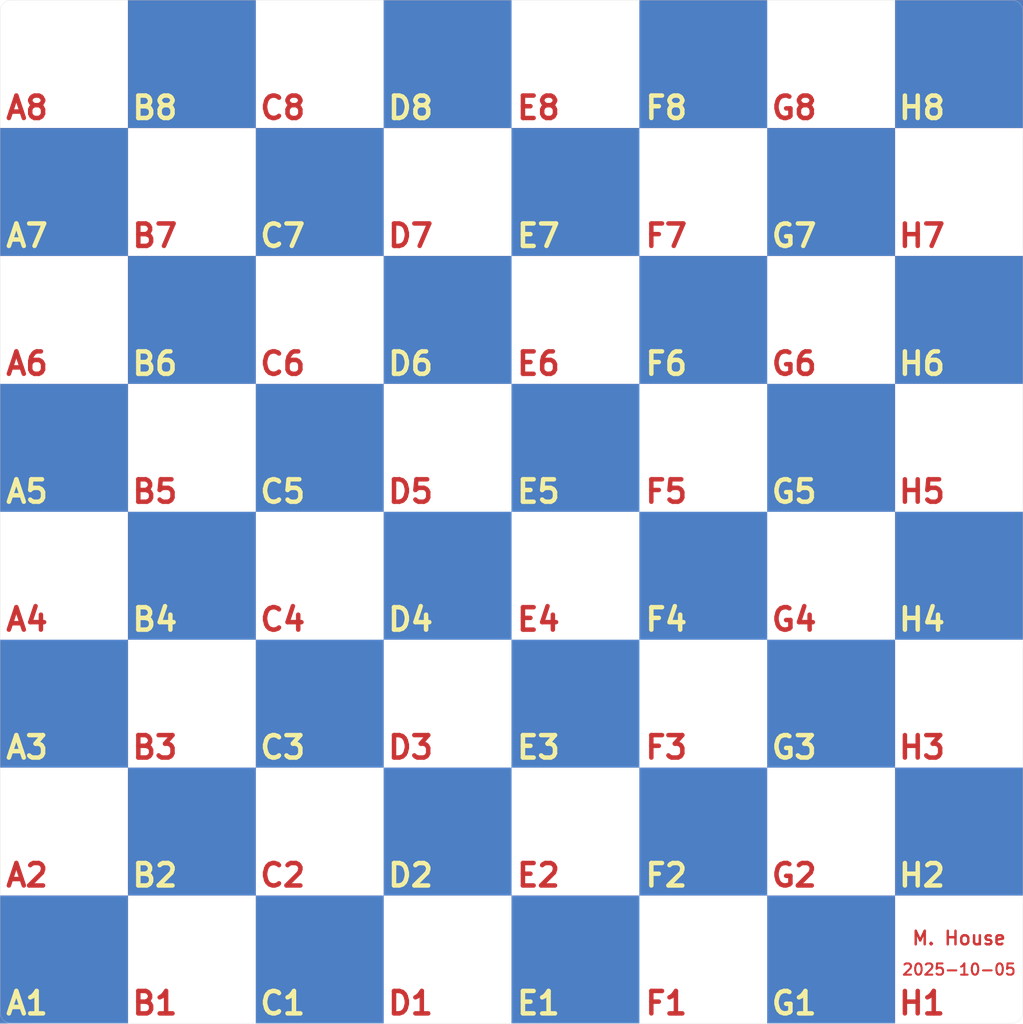
<source format=kicad_pcb>
(kicad_pcb
	(version 20241229)
	(generator "pcbnew")
	(generator_version "9.0")
	(general
		(thickness 1.6)
		(legacy_teardrops no)
	)
	(paper "A4")
	(layers
		(0 "F.Cu" signal)
		(2 "B.Cu" signal)
		(9 "F.Adhes" user "F.Adhesive")
		(11 "B.Adhes" user "B.Adhesive")
		(13 "F.Paste" user)
		(15 "B.Paste" user)
		(5 "F.SilkS" user "F.Silkscreen")
		(7 "B.SilkS" user "B.Silkscreen")
		(1 "F.Mask" user)
		(3 "B.Mask" user)
		(17 "Dwgs.User" user "User.Drawings")
		(19 "Cmts.User" user "User.Comments")
		(21 "Eco1.User" user "User.Eco1")
		(23 "Eco2.User" user "User.Eco2")
		(25 "Edge.Cuts" user)
		(27 "Margin" user)
		(31 "F.CrtYd" user "F.Courtyard")
		(29 "B.CrtYd" user "B.Courtyard")
		(35 "F.Fab" user)
		(33 "B.Fab" user)
		(39 "User.1" user)
		(41 "User.2" user)
		(43 "User.3" user)
		(45 "User.4" user)
	)
	(setup
		(pad_to_mask_clearance 0)
		(allow_soldermask_bridges_in_footprints no)
		(tenting front back)
		(pcbplotparams
			(layerselection 0x00000000_00000000_55555555_5755f5ff)
			(plot_on_all_layers_selection 0x00000000_00000000_00000000_00000000)
			(disableapertmacros no)
			(usegerberextensions no)
			(usegerberattributes yes)
			(usegerberadvancedattributes yes)
			(creategerberjobfile yes)
			(dashed_line_dash_ratio 12.000000)
			(dashed_line_gap_ratio 3.000000)
			(svgprecision 4)
			(plotframeref no)
			(mode 1)
			(useauxorigin no)
			(hpglpennumber 1)
			(hpglpenspeed 20)
			(hpglpendiameter 15.000000)
			(pdf_front_fp_property_popups yes)
			(pdf_back_fp_property_popups yes)
			(pdf_metadata yes)
			(pdf_single_document no)
			(dxfpolygonmode yes)
			(dxfimperialunits yes)
			(dxfusepcbnewfont yes)
			(psnegative no)
			(psa4output no)
			(plot_black_and_white yes)
			(sketchpadsonfab no)
			(plotpadnumbers no)
			(hidednponfab no)
			(sketchdnponfab yes)
			(crossoutdnponfab yes)
			(subtractmaskfromsilk no)
			(outputformat 1)
			(mirror no)
			(drillshape 0)
			(scaleselection 1)
			(outputdirectory "v3/")
		)
	)
	(net 0 "")
	(gr_rect
		(start 64.5 67)
		(end 121.5 124)
		(stroke
			(width 0)
			(type solid)
		)
		(fill yes)
		(layer "F.Cu")
		(uuid "02905207-6386-4119-aa22-b3a314cfd33c")
	)
	(gr_rect
		(start 349.5 238)
		(end 406.5 295)
		(stroke
			(width 0)
			(type solid)
		)
		(fill yes)
		(layer "F.Cu")
		(uuid "0cc97b56-284c-45b2-b10a-3bc3b3e8c63e")
	)
	(gr_rect
		(start 64.5 295)
		(end 121.5 352)
		(stroke
			(width 0)
			(type solid)
		)
		(fill yes)
		(layer "F.Cu")
		(uuid "163a369c-a4d1-40ad-869b-40b69260c459")
	)
	(gr_rect
		(start 178.5 -47)
		(end 235.5 10)
		(stroke
			(width 0)
			(type solid)
		)
		(fill yes)
		(layer "F.Cu")
		(uuid "231405cb-5a3d-482b-8d15-89dcacdbe0a7")
	)
	(gr_rect
		(start 64.5 181)
		(end 121.5 238)
		(stroke
			(width 0)
			(type solid)
		)
		(fill yes)
		(layer "F.Cu")
		(uuid "28d13e0b-b961-4271-bafd-847c2dc5841e")
	)
	(gr_rect
		(start 235.5 238)
		(end 292.5 295)
		(stroke
			(width 0)
			(type solid)
		)
		(fill yes)
		(layer "F.Cu")
		(uuid "2b5d34ba-2b2e-4392-8b76-cbaddc0d554a")
	)
	(gr_rect
		(start 121.5 124)
		(end 178.5 181)
		(stroke
			(width 0)
			(type solid)
		)
		(fill yes)
		(layer "F.Cu")
		(uuid "2dd43cbe-8b9a-4ab3-9c49-363b2d92911c")
	)
	(gr_rect
		(start 121.5 -104)
		(end 178.5 -47)
		(stroke
			(width 0)
			(type solid)
		)
		(fill yes)
		(layer "F.Cu")
		(uuid "30b17432-ea17-46ac-bca4-2c3b8840c324")
	)
	(gr_rect
		(start 235.5 -104)
		(end 292.5 -47)
		(stroke
			(width 0)
			(type solid)
		)
		(fill yes)
		(layer "F.Cu")
		(uuid "3bde6cae-39a2-4f79-b9ee-13c4417d1788")
	)
	(gr_rect
		(start 121.5 238)
		(end 178.5 295)
		(stroke
			(width 0)
			(type solid)
		)
		(fill yes)
		(layer "F.Cu")
		(uuid "47d525f4-17b9-40ef-a82d-90433dcb9a2f")
	)
	(gr_rect
		(start 178.5 295)
		(end 235.5 352)
		(stroke
			(width 0)
			(type solid)
		)
		(fill yes)
		(layer "F.Cu")
		(uuid "4e27af55-4ff9-4753-8a42-1b046d3b37a0")
	)
	(gr_rect
		(start 7.5 238)
		(end 64.5 295)
		(stroke
			(width 0)
			(type solid)
		)
		(fill yes)
		(layer "F.Cu")
		(uuid "50d68a47-b056-4e71-aeab-7862670c4891")
	)
	(gr_rect
		(start -49.5 181)
		(end 7.5 238)
		(stroke
			(width 0)
			(type solid)
		)
		(fill yes)
		(layer "F.Cu")
		(uuid "52303fbb-0f02-4dea-b2bd-c178a7ebfa1a")
	)
	(gr_rect
		(start 292.5 67)
		(end 349.5 124)
		(stroke
			(width 0)
			(type solid)
		)
		(fill yes)
		(layer "F.Cu")
		(uuid "63a61d80-8b45-43d3-a412-75f204f6d76a")
	)
	(gr_rect
		(start 349.5 10)
		(end 406.5 67)
		(stroke
			(width 0)
			(type solid)
		)
		(fill yes)
		(layer "F.Cu")
		(uuid "6449c033-2fcd-49ad-94ee-3443ac46a5a4")
	)
	(gr_rect
		(start 292.5 -47)
		(end 349.5 10)
		(stroke
			(width 0)
			(type solid)
		)
		(fill yes)
		(layer "F.Cu")
		(uuid "67d0e474-45d9-4e88-83d5-8950764d678b")
	)
	(gr_rect
		(start 64.5 -47)
		(end 121.5 10)
		(stroke
			(width 0)
			(type solid)
		)
		(fill yes)
		(layer "F.Cu")
		(uuid "6f8215f4-ce72-410f-ac5a-2d2e67dbf1b8")
	)
	(gr_rect
		(start 7.5 -104)
		(end 64.5 -47)
		(stroke
			(width 0)
			(type solid)
		)
		(fill yes)
		(layer "F.Cu")
		(uuid "70671cfe-1d0a-4d8f-a4f4-0abb6f548e3d")
	)
	(gr_rect
		(start 121.5 10)
		(end 178.5 67)
		(stroke
			(width 0)
			(type solid)
		)
		(fill yes)
		(layer "F.Cu")
		(uuid "92b8301e-a906-4b80-b518-10820bf14670")
	)
	(gr_rect
		(start -49.5 67)
		(end 7.5 124)
		(stroke
			(width 0)
			(type solid)
		)
		(fill yes)
		(layer "F.Cu")
		(uuid "9449f813-3255-4731-bb4f-8053bce67667")
	)
	(gr_rect
		(start -49.5 295)
		(end 7.5 352)
		(stroke
			(width 0)
			(type solid)
		)
		(fill yes)
		(layer "F.Cu")
		(uuid "952863c6-6d74-4fcc-b89c-1bb8e90637bd")
	)
	(gr_rect
		(start 7.5 10)
		(end 64.5 67)
		(stroke
			(width 0)
			(type solid)
		)
		(fill yes)
		(layer "F.Cu")
		(uuid "9648dfe9-9942-48a8-9753-f13e49c73996")
	)
	(gr_rect
		(start 178.5 181)
		(end 235.5 238)
		(stroke
			(width 0)
			(type solid)
		)
		(fill yes)
		(layer "F.Cu")
		(uuid "986b5cd7-cfba-4c08-a610-e25b455b0d60")
	)
	(gr_rect
		(start 292.5 181)
		(end 349.5 238)
		(stroke
			(width 0)
			(type solid)
		)
		(fill yes)
		(layer "F.Cu")
		(uuid "999422be-b244-4d57-b3da-cdec2f7763ca")
	)
	(gr_rect
		(start 349.5 -104)
		(end 406.5 -47)
		(stroke
			(width 0)
			(type solid)
		)
		(fill yes)
		(layer "F.Cu")
		(uuid "a03e0468-798f-4da3-9a9f-829377a5a044")
	)
	(gr_rect
		(start 7.5 124)
		(end 64.5 181)
		(stroke
			(width 0)
			(type solid)
		)
		(fill yes)
		(layer "F.Cu")
		(uuid "b9b721d3-3ec7-44d8-8827-c8d3dd48372a")
	)
	(gr_rect
		(start 235.5 10)
		(end 292.5 67)
		(stroke
			(width 0)
			(type solid)
		)
		(fill yes)
		(layer "F.Cu")
		(uuid "ba1b61cd-65de-4c65-b11f-fbc1e5155e77")
	)
	(gr_rect
		(start 349.5 124)
		(end 406.5 181)
		(stroke
			(width 0)
			(type solid)
		)
		(fill yes)
		(layer "F.Cu")
		(uuid "dc2b76f3-7e15-41f1-afa1-d6e9b30ea8d9")
	)
	(gr_rect
		(start 178.5 67)
		(end 235.5 124)
		(stroke
			(width 0)
			(type solid)
		)
		(fill yes)
		(layer "F.Cu")
		(uuid "dd446b1b-7e7e-4137-a322-5290fe320ea6")
	)
	(gr_rect
		(start -49.5 -47)
		(end 7.5 10)
		(stroke
			(width 0)
			(type solid)
		)
		(fill yes)
		(layer "F.Cu")
		(uuid "f1f7090a-b876-4cf1-9dcc-1e93ae63aee9")
	)
	(gr_rect
		(start 292.5 295)
		(end 349.5 352)
		(stroke
			(width 0)
			(type solid)
		)
		(fill yes)
		(layer "F.Cu")
		(uuid "f22fe4bd-eac0-44b5-863a-557e1bcd474f")
	)
	(gr_rect
		(start 235.5 124)
		(end 292.5 181)
		(stroke
			(width 0)
			(type solid)
		)
		(fill yes)
		(layer "F.Cu")
		(uuid "f9e10c22-fa8f-4f0b-a529-c7a45f3d39ed")
	)
	(gr_rect
		(start 235.5 124)
		(end 292.5 181)
		(stroke
			(width 0)
			(type solid)
		)
		(fill yes)
		(layer "F.Mask")
		(uuid "00d41b0b-893f-48dc-9df0-d869c48c8c71")
	)
	(gr_rect
		(start 64.5 295)
		(end 121.5 352)
		(stroke
			(width 0)
			(type solid)
		)
		(fill yes)
		(layer "F.Mask")
		(uuid "04258642-4e1a-462f-8516-e0cffacce790")
	)
	(gr_rect
		(start 349.5 238)
		(end 406.5 295)
		(stroke
			(width 0)
			(type solid)
		)
		(fill yes)
		(layer "F.Mask")
		(uuid "05393404-afc9-4967-8190-3b9ae31a7e4f")
	)
	(gr_rect
		(start 292.5 295)
		(end 349.5 352)
		(stroke
			(width 0)
			(type solid)
		)
		(fill yes)
		(layer "F.Mask")
		(uuid "117ee4f1-ca19-46a7-b59f-bbd5ea12f9ba")
	)
	(gr_rect
		(start -49.5 -47)
		(end 7.5 10)
		(stroke
			(width 0)
			(type solid)
		)
		(fill yes)
		(layer "F.Mask")
		(uuid "1d97ffc5-0344-48f6-8db4-7581ce16be58")
	)
	(gr_rect
		(start 7.5 -104)
		(end 64.5 -47)
		(stroke
			(width 0)
			(type solid)
		)
		(fill yes)
		(layer "F.Mask")
		(uuid "23d9d882-d3e4-4441-af4d-38634b1469af")
	)
	(gr_rect
		(start 178.5 181)
		(end 235.5 238)
		(stroke
			(width 0)
			(type solid)
		)
		(fill yes)
		(layer "F.Mask")
		(uuid "2999178d-d769-4bee-b7fa-3daadbf7e43b")
	)
	(gr_rect
		(start 292.5 67)
		(end 349.5 124)
		(stroke
			(width 0)
			(type solid)
		)
		(fill yes)
		(layer "F.Mask")
		(uuid "3eb85ef6-399c-4569-9ccb-6fc6005b1677")
	)
	(gr_rect
		(start 178.5 -47)
		(end 235.5 10)
		(stroke
			(width 0)
			(type solid)
		)
		(fill yes)
		(layer "F.Mask")
		(uuid "52ad4312-1725-4427-ab50-2b0819b7adae")
	)
	(gr_rect
		(start -49.5 181)
		(end 7.5 238)
		(stroke
			(width 0)
			(type solid)
		)
		(fill yes)
		(layer "F.Mask")
		(uuid "559e9178-571d-4dab-8bec-bf473d2d11fd")
	)
	(gr_rect
		(start 235.5 238)
		(end 292.5 295)
		(stroke
			(width 0)
			(type solid)
		)
		(fill yes)
		(layer "F.Mask")
		(uuid "6093cf41-3fae-4aaa-a7a5-89c7c26b4f6c")
	)
	(gr_rect
		(start 292.5 -47)
		(end 349.5 10)
		(stroke
			(width 0)
			(type solid)
		)
		(fill yes)
		(layer "F.Mask")
		(uuid "62134aa2-0fd5-4a57-b963-3122966b81ec")
	)
	(gr_rect
		(start 121.5 10)
		(end 178.5 67)
		(stroke
			(width 0)
			(type solid)
		)
		(fill yes)
		(layer "F.Mask")
		(uuid "672ea11e-4a78-4bb8-917b-70b7781c3492")
	)
	(gr_rect
		(start 349.5 10)
		(end 406.5 67)
		(stroke
			(width 0)
			(type solid)
		)
		(fill yes)
		(layer "F.Mask")
		(uuid "7127d63c-bbd0-4767-a51e-c87f55e838ba")
	)
	(gr_rect
		(start 64.5 67)
		(end 121.5 124)
		(stroke
			(width 0)
			(type solid)
		)
		(fill yes)
		(layer "F.Mask")
		(uuid "72c48462-52fb-41fd-9e72-00410d4519c6")
	)
	(gr_rect
		(start 64.5 -47)
		(end 121.5 10)
		(stroke
			(width 0)
			(type solid)
		)
		(fill yes)
		(layer "F.Mask")
		(uuid "77895d1a-fbf5-42a4-88cc-e3433c1df8b7")
	)
	(gr_rect
		(start -49.5 295)
		(end 7.5 352)
		(stroke
			(width 0)
			(type solid)
		)
		(fill yes)
		(layer "F.Mask")
		(uuid "7b91e6cf-91a6-4aaa-aada-0d3c8eed27fb")
	)
	(gr_rect
		(start 121.5 238)
		(end 178.5 295)
		(stroke
			(width 0)
			(type solid)
		)
		(fill yes)
		(layer "F.Mask")
		(uuid "7e68975b-3de6-4d0a-89aa-7172ad1f8a0f")
	)
	(gr_rect
		(start 64.5 181)
		(end 121.5 238)
		(stroke
			(width 0)
			(type solid)
		)
		(fill yes)
		(layer "F.Mask")
		(uuid "7fac8257-625c-4ffb-a4a9-1e6ccc12ff9f")
	)
	(gr_rect
		(start 178.5 295)
		(end 235.5 352)
		(stroke
			(width 0)
			(type solid)
		)
		(fill yes)
		(layer "F.Mask")
		(uuid "95f51efa-7587-4535-ae70-b605777a86f7")
	)
	(gr_rect
		(start 7.5 124)
		(end 64.5 181)
		(stroke
			(width 0)
			(type solid)
		)
		(fill yes)
		(layer "F.Mask")
		(uuid "a980979d-4125-48a2-8896-a443dbdcce05")
	)
	(gr_rect
		(start 349.5 -104)
		(end 406.5 -47)
		(stroke
			(width 0)
			(type solid)
		)
		(fill yes)
		(layer "F.Mask")
		(uuid "ab68ed3a-904f-4017-a046-ac5033987fee")
	)
	(gr_rect
		(start 235.5 10)
		(end 292.5 67)
		(stroke
			(width 0)
			(type solid)
		)
		(fill yes)
		(layer "F.Mask")
		(uuid "b1a61ea5-f4e5-4331-989a-f661a5f6c979")
	)
	(gr_rect
		(start 121.5 -104)
		(end 178.5 -47)
		(stroke
			(width 0)
			(type solid)
		)
		(fill yes)
		(layer "F.Mask")
		(uuid "c425b8ba-87b1-4e86-82bc-c51a87123675")
	)
	(gr_rect
		(start 349.5 124)
		(end 406.5 181)
		(stroke
			(width 0)
			(type solid)
		)
		(fill yes)
		(layer "F.Mask")
		(uuid "d423f9c1-09ae-4ba6-af07-9d2f2182f961")
	)
	(gr_rect
		(start 178.5 67)
		(end 235.5 124)
		(stroke
			(width 0)
			(type solid)
		)
		(fill yes)
		(layer "F.Mask")
		(uuid "d48b6690-9e52-4cb1-a875-25fe0279437f")
	)
	(gr_rect
		(start 7.5 10)
		(end 64.5 67)
		(stroke
			(width 0)
			(type solid)
		)
		(fill yes)
		(layer "F.Mask")
		(uuid "d4a99689-9e78-4176-8089-86eea7b76b67")
	)
	(gr_rect
		(start 121.5 124)
		(end 178.5 181)
		(stroke
			(width 0)
			(type solid)
		)
		(fill yes)
		(layer "F.Mask")
		(uuid "e3a930f3-9751-4262-b211-ee793e29a7e2")
	)
	(gr_rect
		(start 292.5 181)
		(end 349.5 238)
		(stroke
			(width 0)
			(type solid)
		)
		(fill yes)
		(layer "F.Mask")
		(uuid "e4c87e59-82ce-4732-b7e8-5f8fb88172be")
	)
	(gr_rect
		(start 235.5 -104)
		(end 292.5 -47)
		(stroke
			(width 0)
			(type solid)
		)
		(fill yes)
		(layer "F.Mask")
		(uuid "ec8f9918-3d97-4119-a504-8d8e8c8bac6f")
	)
	(gr_rect
		(start -49.5 67)
		(end 7.5 124)
		(stroke
			(width 0)
			(type solid)
		)
		(fill yes)
		(layer "F.Mask")
		(uuid "efed740f-2237-4924-bd61-fefc12765b42")
	)
	(gr_rect
		(start 7.5 238)
		(end 64.5 295)
		(stroke
			(width 0)
			(type solid)
		)
		(fill yes)
		(layer "F.Mask")
		(uuid "ff209a0a-5bc5-4f68-80e2-2ee3884d62ec")
	)
	(gr_rect
		(start 178.5 67)
		(end 235.5 124)
		(stroke
			(width 0)
			(type solid)
		)
		(fill yes)
		(layer "B.Cu")
		(uuid "03097fe0-f7fb-4961-8c19-602c5bfbe515")
	)
	(gr_rect
		(start 64.5 181)
		(end 121.5 238)
		(stroke
			(width 0)
			(type solid)
		)
		(fill yes)
		(layer "B.Cu")
		(uuid "0ab6333d-81f8-456a-8335-1f2a80adab34")
	)
	(gr_rect
		(start 64.5 67)
		(end 121.5 124)
		(stroke
			(width 0)
			(type solid)
		)
		(fill yes)
		(layer "B.Cu")
		(uuid "0b52a6e0-c0ad-4906-8381-6745f2962ea8")
	)
	(gr_rect
		(start 7.5 124)
		(end 64.5 181)
		(stroke
			(width 0)
			(type solid)
		)
		(fill yes)
		(layer "B.Cu")
		(uuid "0c09a7c8-7d33-4c91-b6f6-e58b566460e1")
	)
	(gr_rect
		(start 349.5 10)
		(end 406.5 67)
		(stroke
			(width 0)
			(type solid)
		)
		(fill yes)
		(layer "B.Cu")
		(uuid "126093c9-d631-4d8d-8e50-52463a3d9df2")
	)
	(gr_rect
		(start 235.5 10)
		(end 292.5 67)
		(stroke
			(width 0)
			(type solid)
		)
		(fill yes)
		(layer "B.Cu")
		(uuid "21f056fc-ea73-4b67-a04e-d54db3003673")
	)
	(gr_rect
		(start 64.5 -47)
		(end 121.5 10)
		(stroke
			(width 0)
			(type solid)
		)
		(fill yes)
		(layer "B.Cu")
		(uuid "2546be73-a79b-46ce-ba00-a0a228b78f52")
	)
	(gr_rect
		(start 178.5 -47)
		(end 235.5 10)
		(stroke
			(width 0)
			(type solid)
		)
		(fill yes)
		(layer "B.Cu")
		(uuid "26f85b44-416f-4e36-b138-2b5687ebfe67")
	)
	(gr_rect
		(start 7.5 -104)
		(end 64.5 -47)
		(stroke
			(width 0)
			(type solid)
		)
		(fill yes)
		(layer "B.Cu")
		(uuid "36980335-9db1-4fab-9e5b-2441ab7b1b30")
	)
	(gr_rect
		(start 292.5 181)
		(end 349.5 238)
		(stroke
			(width 0)
			(type solid)
		)
		(fill yes)
		(layer "B.Cu")
		(uuid "42da5ff2-2bf6-440a-a903-d812a797d8b5")
	)
	(gr_rect
		(start 292.5 -47)
		(end 349.5 10)
		(stroke
			(width 0)
			(type solid)
		)
		(fill yes)
		(layer "B.Cu")
		(uuid "4c17c17c-e08e-427c-a337-19be4affc329")
	)
	(gr_rect
		(start 121.5 238)
		(end 178.5 295)
		(stroke
			(width 0)
			(type solid)
		)
		(fill yes)
		(layer "B.Cu")
		(uuid "4c402a48-8652-4b5e-9126-8b50cd2beba8")
	)
	(gr_rect
		(start 121.5 -104)
		(end 178.5 -47)
		(stroke
			(width 0)
			(type solid)
		)
		(fill yes)
		(layer "B.Cu")
		(uuid "4c9f8bfa-1b8f-479d-8365-0eb3e7c04626")
	)
	(gr_rect
		(start 235.5 -104)
		(end 292.5 -47)
		(stroke
			(width 0)
			(type solid)
		)
		(fill yes)
		(layer "B.Cu")
		(uuid "4e0a82d0-cd85-414c-a0e9-1064981966db")
	)
	(gr_rect
		(start 235.5 238)
		(end 292.5 295)
		(stroke
			(width 0)
			(type solid)
		)
		(fill yes)
		(layer "B.Cu")
		(uuid "4e99835a-7ac8-42a3-8666-7097d235613f")
	)
	(gr_rect
		(start 121.5 10)
		(end 178.5 67)
		(stroke
			(width 0)
			(type solid)
		)
		(fill yes)
		(layer "B.Cu")
		(uuid "4f120d85-c9c9-429b-a48c-01ddd2e20b9a")
	)
	(gr_rect
		(start -49.5 181)
		(end 7.5 238)
		(stroke
			(width 0)
			(type solid)
		)
		(fill yes)
		(layer "B.Cu")
		(uuid "56c1813d-7059-4fab-b48e-5d45da1d0ac8")
	)
	(gr_rect
		(start -49.5 67)
		(end 7.5 124)
		(stroke
			(width 0)
			(type solid)
		)
		(fill yes)
		(layer "B.Cu")
		(uuid "759495e4-ff89-4433-998c-98871648e2bf")
	)
	(gr_rect
		(start 349.5 -104)
		(end 406.5 -47)
		(stroke
			(width 0)
			(type solid)
		)
		(fill yes)
		(layer "B.Cu")
		(uuid "76064c2e-c677-42f7-91a6-b07b54852606")
	)
	(gr_rect
		(start 64.5 295)
		(end 121.5 352)
		(stroke
			(width 0)
			(type solid)
		)
		(fill yes)
		(layer "B.Cu")
		(uuid "79465b8c-0d5e-40d3-a461-bff572d769b4")
	)
	(gr_rect
		(start 292.5 67)
		(end 349.5 124)
		(stroke
			(width 0)
			(type solid)
		)
		(fill yes)
		(layer "B.Cu")
		(uuid "7e7db2c9-b3a1-450d-a9b6-9b3901cbf285")
	)
	(gr_rect
		(start 349.5 238)
		(end 406.5 295)
		(stroke
			(width 0)
			(type solid)
		)
		(fill yes)
		(layer "B.Cu")
		(uuid "86abc82b-73d4-4f40-8acc-d80d27ee8f7c")
	)
	(gr_rect
		(start 349.5 124)
		(end 406.5 181)
		(stroke
			(width 0)
			(type solid)
		)
		(fill yes)
		(layer "B.Cu")
		(uuid "921c1c0b-68ac-452d-80e1-e7e8cb8eb9c7")
	)
	(gr_rect
		(start 7.5 238)
		(end 64.5 295)
		(stroke
			(width 0)
			(type solid)
		)
		(fill yes)
		(layer "B.Cu")
		(uuid "b51087da-c34f-4ec6-9b06-6328cd2e3a08")
	)
	(gr_rect
		(start 178.5 295)
		(end 235.5 352)
		(stroke
			(width 0)
			(type solid)
		)
		(fill yes)
		(layer "B.Cu")
		(uuid "bd021324-dac5-47ea-9ae4-667633b409a8")
	)
	(gr_rect
		(start -49.5 -47)
		(end 7.5 10)
		(stroke
			(width 0)
			(type solid)
		)
		(fill yes)
		(layer "B.Cu")
		(uuid "be455ea5-8326-4447-920e-2e02feb5f933")
	)
	(gr_rect
		(start 121.5 124)
		(end 178.5 181)
		(stroke
			(width 0)
			(type solid)
		)
		(fill yes)
		(layer "B.Cu")
		(uuid "c389cf87-fd05-4bbd-be77-3b0d384c7b78")
	)
	(gr_rect
		(start 7.5 10)
		(end 64.5 67)
		(stroke
			(width 0)
			(type solid)
		)
		(fill yes)
		(layer "B.Cu")
		(uuid "caf762a9-3095-46dc-9bb7-0c2682aea1b2")
	)
	(gr_rect
		(start 235.5 124)
		(end 292.5 181)
		(stroke
			(width 0)
			(type solid)
		)
		(fill yes)
		(layer "B.Cu")
		(uuid "cb32b1a4-2cc7-4197-a174-7e97100dc64a")
	)
	(gr_rect
		(start 178.5 181)
		(end 235.5 238)
		(stroke
			(width 0)
			(type solid)
		)
		(fill yes)
		(layer "B.Cu")
		(uuid "cbaa79a6-d0fd-4b9c-85a0-dd4913af9fdc")
	)
	(gr_rect
		(start 292.5 295)
		(end 349.5 352)
		(stroke
			(width 0)
			(type solid)
		)
		(fill yes)
		(layer "B.Cu")
		(uuid "e5da9ebb-959d-4f93-b68c-054e0967e9f7")
	)
	(gr_rect
		(start -49.5 295)
		(end 7.5 352)
		(stroke
			(width 0)
			(type solid)
		)
		(fill yes)
		(layer "B.Cu")
		(uuid "fe1390ca-94a1-481e-a1f8-d8c69360fff9")
	)
	(gr_rect
		(start 292.5 67)
		(end 349.5 124)
		(stroke
			(width 0)
			(type solid)
		)
		(fill yes)
		(layer "B.Mask")
		(uuid "01dcbb24-a2e9-47c9-8154-607ca8d068bc")
	)
	(gr_rect
		(start 7.5 124)
		(end 64.5 181)
		(stroke
			(width 0)
			(type solid)
		)
		(fill yes)
		(layer "B.Mask")
		(uuid "07c0db31-0fb4-4ae3-9115-de538689270a")
	)
	(gr_rect
		(start 64.5 295)
		(end 121.5 352)
		(stroke
			(width 0)
			(type solid)
		)
		(fill yes)
		(layer "B.Mask")
		(uuid "0aa9d79c-295b-4547-b426-ea02131d315c")
	)
	(gr_rect
		(start -49.5 67)
		(end 7.5 124)
		(stroke
			(width 0)
			(type solid)
		)
		(fill yes)
		(layer "B.Mask")
		(uuid "0abe81c8-970f-4d6e-b220-ee9356ef6e00")
	)
	(gr_rect
		(start 178.5 -47)
		(end 235.5 10)
		(stroke
			(width 0)
			(type solid)
		)
		(fill yes)
		(layer "B.Mask")
		(uuid "103b8879-d431-4c4f-b033-0c2eb56631a9")
	)
	(gr_rect
		(start 121.5 -104)
		(end 178.5 -47)
		(stroke
			(width 0)
			(type solid)
		)
		(fill yes)
		(layer "B.Mask")
		(uuid "1252a3d8-85e6-4673-81c8-bcfda7366a42")
	)
	(gr_rect
		(start 235.5 238)
		(end 292.5 295)
		(stroke
			(width 0)
			(type solid)
		)
		(fill yes)
		(layer "B.Mask")
		(uuid "13900983-dfd9-4316-ba2a-1bbc7616e035")
	)
	(gr_rect
		(start 178.5 67)
		(end 235.5 124)
		(stroke
			(width 0)
			(type solid)
		)
		(fill yes)
		(layer "B.Mask")
		(uuid "263f8a80-40f1-4776-8ecc-b52a8609af91")
	)
	(gr_rect
		(start 7.5 -104)
		(end 64.5 -47)
		(stroke
			(width 0)
			(type solid)
		)
		(fill yes)
		(layer "B.Mask")
		(uuid "27c897ab-b5f5-4322-8a37-baf1c2cedd23")
	)
	(gr_rect
		(start 235.5 10)
		(end 292.5 67)
		(stroke
			(width 0)
			(type solid)
		)
		(fill yes)
		(layer "B.Mask")
		(uuid "28d3e8e6-9450-4c19-bd4b-c7fd69a30f63")
	)
	(gr_rect
		(start 235.5 124)
		(end 292.5 181)
		(stroke
			(width 0)
			(type solid)
		)
		(fill yes)
		(layer "B.Mask")
		(uuid "2be7f258-9203-497c-b9a7-c7c31ccf3e4f")
	)
	(gr_rect
		(start 292.5 181)
		(end 349.5 238)
		(stroke
			(width 0)
			(type solid)
		)
		(fill yes)
		(layer "B.Mask")
		(uuid "2e81da9f-ad93-4eb8-861c-342ce2a8d6f8")
	)
	(gr_rect
		(start 121.5 238)
		(end 178.5 295)
		(stroke
			(width 0)
			(type solid)
		)
		(fill yes)
		(layer "B.Mask")
		(uuid "31f71e23-75c3-4a39-8682-7e92d076bca4")
	)
	(gr_rect
		(start 121.5 124)
		(end 178.5 181)
		(stroke
			(width 0)
			(type solid)
		)
		(fill yes)
		(layer "B.Mask")
		(uuid "34bd964a-76b2-4f65-9619-5ebe5cb67e8a")
	)
	(gr_rect
		(start 121.5 10)
		(end 178.5 67)
		(stroke
			(width 0)
			(type solid)
		)
		(fill yes)
		(layer "B.Mask")
		(uuid "52f77209-6996-43cd-a7f1-df053493f6e3")
	)
	(gr_rect
		(start 64.5 181)
		(end 121.5 238)
		(stroke
			(width 0)
			(type solid)
		)
		(fill yes)
		(layer "B.Mask")
		(uuid "5a385adc-4b0f-4035-8ec2-517b4d8dc2be")
	)
	(gr_rect
		(start 7.5 10)
		(end 64.5 67)
		(stroke
			(width 0)
			(type solid)
		)
		(fill yes)
		(layer "B.Mask")
		(uuid "5cf16e08-8a4b-4650-97c4-9e5133eaf1aa")
	)
	(gr_rect
		(start 7.5 238)
		(end 64.5 295)
		(stroke
			(width 0)
			(type solid)
		)
		(fill yes)
		(layer "B.Mask")
		(uuid "61f864f5-4e21-4caf-b75d-6ca9634d1570")
	)
	(gr_rect
		(start 64.5 -47)
		(end 121.5 10)
		(stroke
			(width 0)
			(type solid)
		)
		(fill yes)
		(layer "B.Mask")
		(uuid "6cca683d-a04c-4e56-89f3-2e11e93c4331")
	)
	(gr_rect
		(start 178.5 181)
		(end 235.5 238)
		(stroke
			(width 0)
			(type solid)
		)
		(fill yes)
		(layer "B.Mask")
		(uuid "74e3d9f2-df4a-4d46-bcee-265bb725134d")
	)
	(gr_rect
		(start 349.5 10)
		(end 406.5 67)
		(stroke
			(width 0)
			(type solid)
		)
		(fill yes)
		(layer "B.Mask")
		(uuid "7beec72d-fa34-4877-aa18-867b24ab9d26")
	)
	(gr_rect
		(start 349.5 238)
		(end 406.5 295)
		(stroke
			(width 0)
			(type solid)
		)
		(fill yes)
		(layer "B.Mask")
		(uuid "a5902d29-2b3b-4aa4-84fd-1fd457c9bb0d")
	)
	(gr_rect
		(start -49.5 181)
		(end 7.5 238)
		(stroke
			(width 0)
			(type solid)
		)
		(fill yes)
		(layer "B.Mask")
		(uuid "be3045d2-61f0-4ae7-acf9-2e1c7d1f528d")
	)
	(gr_rect
		(start 292.5 -47)
		(end 349.5 10)
		(stroke
			(width 0)
			(type solid)
		)
		(fill yes)
		(layer "B.Mask")
		(uuid "c8655530-3d8d-463b-998b-9fe679f5cadc")
	)
	(gr_rect
		(start 178.5 295)
		(end 235.5 352)
		(stroke
			(width 0)
			(type solid)
		)
		(fill yes)
		(layer "B.Mask")
		(uuid "d91e1852-a0ed-4bb9-82ea-7935cd1de6ba")
	)
	(gr_rect
		(start 349.5 -104)
		(end 406.5 -47)
		(stroke
			(width 0)
			(type solid)
		)
		(fill yes)
		(layer "B.Mask")
		(uuid "dfbb6186-13e3-488e-a05a-28bd8c1c6dd7")
	)
	(gr_rect
		(start 64.5 67)
		(end 121.5 124)
		(stroke
			(width 0)
			(type solid)
		)
		(fill yes)
		(layer "B.Mask")
		(uuid "e2c3639b-185f-4177-95c1-f48c34a24884")
	)
	(gr_rect
		(start -49.5 295)
		(end 7.5 352)
		(stroke
			(width 0)
			(type solid)
		)
		(fill yes)
		(layer "B.Mask")
		(uuid "e4820095-65b2-400b-bda7-6f9f9a9b4454")
	)
	(gr_rect
		(start 235.5 -104)
		(end 292.5 -47)
		(stroke
			(width 0)
			(type solid)
		)
		(fill yes)
		(layer "B.Mask")
		(uuid "f19ffdac-24a4-4740-a383-a8692550476d")
	)
	(gr_rect
		(start 292.5 295)
		(end 349.5 352)
		(stroke
			(width 0)
			(type solid)
		)
		(fill yes)
		(layer "B.Mask")
		(uuid "f76a2293-80d2-4b6f-804b-c8186d8daee9")
	)
	(gr_rect
		(start -49.5 -47)
		(end 7.5 10)
		(stroke
			(width 0)
			(type solid)
		)
		(fill yes)
		(layer "B.Mask")
		(uuid "fd73565f-0ec7-4ae3-a9e2-763cbafe6fde")
	)
	(gr_rect
		(start 349.5 124)
		(end 406.5 181)
		(stroke
			(width 0)
			(type solid)
		)
		(fill yes)
		(layer "B.Mask")
		(uuid "fef4d1a3-70a7-4f8e-ae24-11ad11e86cf7")
	)
	(gr_arc
		(start 406.5 347)
		(mid 405.035534 350.535534)
		(end 401.5 352)
		(stroke
			(width 0.1)
			(type solid)
		)
		(layer "Edge.Cuts")
		(uuid "2cb316ef-354f-49e9-8a27-329016f607d4")
	)
	(gr_line
		(start -49.5 347)
		(end -49.5 -99)
		(stroke
			(width 0.1)
			(type solid)
		)
		(layer "Edge.Cuts")
		(uuid "a3c1e5b2-3d4e-4f8c-8c7c-333333333333")
	)
	(gr_arc
		(start -49.5 -99)
		(mid -48.035534 -102.535534)
		(end -44.5 -104)
		(stroke
			(width 0.1)
			(type solid)
		)
		(layer "Edge.Cuts")
		(uuid "b2d4e6c3-4e5f-5a9d-7d8d-444444444444")
	)
	(gr_line
		(start 406.5 -99)
		(end 406.5 347)
		(stroke
			(width 0.1)
			(type solid)
		)
		(layer "Edge.Cuts")
		(uuid "b6c89332-5a6a-4bbb-bd28-48ee9bb8e974")
	)
	(gr_line
		(start -44.5 -104)
		(end 401.5 -104)
		(stroke
			(width 0.1)
			(type solid)
		)
		(layer "Edge.Cuts")
		(uuid "c1e5f7d4-5f6a-6b0e-8e9e-555555555555")
	)
	(gr_arc
		(start -44.5 352)
		(mid -48.035534 350.535534)
		(end -49.5 347)
		(stroke
			(width 0.1)
			(type solid)
		)
		(layer "Edge.Cuts")
		(uuid "d4b2f6a0-2c3d-4e7b-9b6b-222222222222")
	)
	(gr_arc
		(start 401.5 -104)
		(mid 405.035534 -102.535534)
		(end 406.5 -99)
		(stroke
			(width 0.1)
			(type solid)
		)
		(layer "Edge.Cuts")
		(uuid "d5f6a8e7-6a7b-7c1f-9f0f-666666666666")
	)
	(gr_line
		(start 401.5 352)
		(end -44.5 352)
		(stroke
			(width 0.1)
			(type solid)
		)
		(layer "Edge.Cuts")
		(uuid "ec9f3a8f-1b2c-4d7e-9a6a-111111111111")
	)
	(gr_text "H1"
		(at 361.5 343 0)
		(layer "F.Cu")
		(uuid "038d8f04-bcc2-4ddb-b7aa-0745adbfe432")
		(effects
			(font
				(size 10 10)
				(thickness 2)
			)
		)
	)
	(gr_text "M. House"
		(at 378 314 0)
		(layer "F.Cu")
		(uuid "1122aabb-3344-ccdd-5566-777788889999")
		(effects
			(font
				(size 6 6)
				(thickness 1.1)
			)
		)
	)
	(gr_text "A4"
		(at -37.5 172 0)
		(layer "F.Cu")
		(uuid "16a9dce7-8d73-4d6f-b21f-9535e45fdc27")
		(effects
			(font
				(size 10 10)
				(thickness 2)
			)
		)
	)
	(gr_text "F3"
		(at 247.5 229 0)
		(layer "F.Cu")
		(uuid "1ea35dec-27b6-47d1-8d6b-783f5679caa1")
		(effects
			(font
				(size 10 10)
				(thickness 2)
			)
		)
	)
	(gr_text "G4"
		(at 304.5 172 0)
		(layer "F.Cu")
		(uuid "29e54aa2-7deb-4513-ac84-1f05be27a7fe")
		(effects
			(font
				(size 10 10)
				(thickness 2)
			)
		)
	)
	(gr_text "E4"
		(at 190.5 172 0)
		(layer "F.Cu")
		(uuid "2a86f834-65b1-412f-854d-7a02b0bd961c")
		(effects
			(font
				(size 10 10)
				(thickness 2)
			)
		)
	)
	(gr_text "B3"
		(at 19.5 229 0)
		(layer "F.Cu")
		(uuid "2fee38c8-da1e-4d1e-a1ee-b2c3fc736b7b")
		(effects
			(font
				(size 10 10)
				(thickness 2)
			)
		)
	)
	(gr_text "G6"
		(at 304.5 58 0)
		(layer "F.Cu")
		(uuid "3078cbf7-3d67-4623-8768-b4e4b3c48537")
		(effects
			(font
				(size 10 10)
				(thickness 2)
			)
		)
	)
	(gr_text "A6"
		(at -37.5 58 0)
		(layer "F.Cu")
		(uuid "3178f907-9f46-4a24-96a4-b7e2059659b6")
		(effects
			(font
				(size 10 10)
				(thickness 2)
			)
		)
	)
	(gr_text "F7"
		(at 247.5 1 0)
		(layer "F.Cu")
		(uuid "39dee0d3-1ca4-492e-861d-6cb6636864f6")
		(effects
			(font
				(size 10 10)
				(thickness 2)
			)
		)
	)
	(gr_text "D7"
		(at 133.5 1 0)
		(layer "F.Cu")
		(uuid "3ab33d90-b5dd-4585-863b-25e4023a1801")
		(effects
			(font
				(size 10 10)
				(thickness 2)
			)
		)
	)
	(gr_text "B5"
		(at 19.5 115 0)
		(layer "F.Cu")
		(uuid "3b0c0178-f7f8-40b6-b7db-6f2f0bc62c6a")
		(effects
			(font
				(size 10 10)
				(thickness 2)
			)
		)
	)
	(gr_text "B7"
		(at 19.5 1 0)
		(layer "F.Cu")
		(uuid "4490850c-f70e-498e-8523-3950da67cf47")
		(effects
			(font
				(size 10 10)
				(thickness 2)
			)
		)
	)
	(gr_text "E8"
		(at 190.5 -56 0)
		(layer "F.Cu")
		(uuid "45a1469e-88b5-403a-b669-9703b281e96d")
		(effects
			(font
				(size 10 10)
				(thickness 2)
			)
		)
	)
	(gr_text "C8"
		(at 76.5 -56 0)
		(layer "F.Cu")
		(uuid "59e53c86-0de0-4752-afd8-898a8caa823f")
		(effects
			(font
				(size 10 10)
				(thickness 2)
			)
		)
	)
	(gr_text "C2"
		(at 76.5 286 0)
		(layer "F.Cu")
		(uuid "5b97ab36-7324-4f41-862b-b2f1c4c13f13")
		(effects
			(font
				(size 10 10)
				(thickness 2)
			)
		)
	)
	(gr_text "H5"
		(at 361.5 115 0)
		(layer "F.Cu")
		(uuid "62f77e47-f05e-4e22-89c9-ef54c7b0eea9")
		(effects
			(font
				(size 10 10)
				(thickness 2)
			)
		)
	)
	(gr_text "D5"
		(at 133.5 115 0)
		(layer "F.Cu")
		(uuid "85a0a5fe-b7ec-422e-9f21-d5d8ac812833")
		(effects
			(font
				(size 10 10)
				(thickness 2)
			)
		)
	)
	(gr_text "A8"
		(at -37.5 -56 0)
		(layer "F.Cu")
		(uuid "863c228a-5c22-40a6-b5e5-f2130a009d0e")
		(effects
			(font
				(size 10 10)
				(thickness 2)
			)
		)
	)
	(gr_text "E2"
		(at 190.5 286 0)
		(layer "F.Cu")
		(uuid "991ffd52-42b8-43a1-b842-277261f557c9")
		(effects
			(font
				(size 10 10)
				(thickness 2)
			)
		)
	)
	(gr_text "E6"
		(at 190.5 58 0)
		(layer "F.Cu")
		(uuid "9b48986f-d7e1-4e14-be46-c592dfae56ac")
		(effects
			(font
				(size 10 10)
				(thickness 2)
			)
		)
	)
	(gr_text "C4"
		(at 76.5 172 0)
		(layer "F.Cu")
		(uuid "a30f186a-6de7-46cc-b5aa-e600caa48f6e")
		(effects
			(font
				(size 10 10)
				(thickness 2)
			)
		)
	)
	(gr_text "C6"
		(at 76.5 58 0)
		(layer "F.Cu")
		(uuid "a8e4ba12-278d-43e5-89df-15eb2704ce54")
		(effects
			(font
				(size 10 10)
				(thickness 2)
			)
		)
	)
	(gr_text "2025-10-05"
		(at 378 328 0)
		(layer "F.Cu")
		(uuid "aa11bb22-cc33-44dd-ee55-666677778888")
		(effects
			(font
				(size 5 5)
				(thickness 0.9)
			)
		)
	)
	(gr_text "G2"
		(at 304.5 286 0)
		(layer "F.Cu")
		(uuid "af009e2c-0b44-47fa-9cf3-c1aa4b5dc7a3")
		(effects
			(font
				(size 10 10)
				(thickness 2)
			)
		)
	)
	(gr_text "H7"
		(at 361.5 1 0)
		(layer "F.Cu")
		(uuid "c4c0a9b2-1b6c-4c61-a7a2-ba45b1fddf7f")
		(effects
			(font
				(size 10 10)
				(thickness 2)
			)
		)
	)
	(gr_text "F5"
		(at 247.5 115 0)
		(layer "F.Cu")
		(uuid "c90f5a3a-efa9-42d6-be42-80468a375fca")
		(effects
			(font
				(size 10 10)
				(thickness 2)
			)
		)
	)
	(gr_text "D1"
		(at 133.5 343 0)
		(layer "F.Cu")
		(uuid "cf9360a4-6625-486a-b0e0-630bd3a5835d")
		(effects
			(font
				(size 10 10)
				(thickness 2)
			)
		)
	)
	(gr_text "F1"
		(at 247.5 343 0)
		(layer "F.Cu")
		(uuid "d273bc93-3f66-4703-8766-246981803654")
		(effects
			(font
				(size 10 10)
				(thickness 2)
			)
		)
	)
	(gr_text "D3"
		(at 133.5 229 0)
		(layer "F.Cu")
		(uuid "dd4e3f66-b9a0-4fa9-841a-5597753dcf87")
		(effects
			(font
				(size 10 10)
				(thickness 2)
			)
		)
	)
	(gr_text "B1"
		(at 19.5 343 0)
		(layer "F.Cu")
		(uuid "e199d539-9121-4233-9130-cefdef9f0dc7")
		(effects
			(font
				(size 10 10)
				(thickness 2)
			)
		)
	)
	(gr_text "H3"
		(at 361.5 229 0)
		(layer "F.Cu")
		(uuid "ecb6690e-a77f-4ff1-ad07-7646a44f52fb")
		(effects
			(font
				(size 10 10)
				(thickness 2)
			)
		)
	)
	(gr_text "G8"
		(at 304.5 -56 0)
		(layer "F.Cu")
		(uuid "f0adb225-15ac-443d-afd2-7e1e54ad14a9")
		(effects
			(font
				(size 10 10)
				(thickness 2)
			)
		)
	)
	(gr_text "A2"
		(at -37.5 286 0)
		(layer "F.Cu")
		(uuid "fb3ae759-297b-4762-b6d5-b6b755ba4691")
		(effects
			(font
				(size 10 10)
				(thickness 2)
			)
		)
	)
	(gr_text "C4"
		(at 76.5 172 0)
		(layer "F.Mask")
		(uuid "0025a469-ea07-4c61-a1f1-a80f3b6c0178")
		(effects
			(font
				(size 10 10)
				(thickness 2)
			)
		)
	)
	(gr_text "C8"
		(at 76.5 -56 0)
		(layer "F.Mask")
		(uuid "03da7426-b767-4451-b637-05cd43da7abb")
		(effects
			(font
				(size 10 10)
				(thickness 2)
			)
		)
	)
	(gr_text "D7"
		(at 133.5 1 0)
		(layer "F.Mask")
		(uuid "0ee491af-dfc5-4016-b1cc-1ddef7936681")
		(effects
			(font
				(size 10 10)
				(thickness 2)
			)
		)
	)
	(gr_text "B1"
		(at 19.5 343 0)
		(layer "F.Mask")
		(uuid "18192f97-c27b-4407-b45e-bc5b8e2f8c49")
		(effects
			(font
				(size 10 10)
				(thickness 2)
			)
		)
	)
	(gr_text "A4"
		(at -37.5 172 0)
		(layer "F.Mask")
		(uuid "2f675667-25f4-4274-8741-f9643d3cfbdf")
		(effects
			(font
				(size 10 10)
				(thickness 2)
			)
		)
	)
	(gr_text "E8"
		(at 190.5 -56 0)
		(layer "F.Mask")
		(uuid "32a35bf6-032c-467a-88b1-cd6eed4f3bbc")
		(effects
			(font
				(size 10 10)
				(thickness 2)
			)
		)
	)
	(gr_text "A8"
		(at -37.5 -56 0)
		(layer "F.Mask")
		(uuid "3849d5a5-84ca-40ba-b6ea-5db6ed412191")
		(effects
			(font
				(size 10 10)
				(thickness 2)
			)
		)
	)
	(gr_text "H7"
		(at 361.5 1 0)
		(layer "F.Mask")
		(uuid "40219ba0-e9dc-4811-913b-a7607952edff")
		(effects
			(font
				(size 10 10)
				(thickness 2)
			)
		)
	)
	(gr_text "H5"
		(at 361.5 115 0)
		(layer "F.Mask")
		(uuid "4403e67e-7b06-4dd3-a75b-6bebaa3900ba")
		(effects
			(font
				(size 10 10)
				(thickness 2)
			)
		)
	)
	(gr_text "F7"
		(at 247.5 1 0)
		(layer "F.Mask")
		(uuid "4692e3cb-895b-4594-8597-3ed3b88b8594")
		(effects
			(font
				(size 10 10)
				(thickness 2)
			)
		)
	)
	(gr_text "A6"
		(at -37.5 58 0)
		(layer "F.Mask")
		(uuid "483d073c-386f-41b0-8207-6763efb647cc")
		(effects
			(font
				(size 10 10)
				(thickness 2)
			)
		)
	)
	(gr_text "E2"
		(at 190.5 286 0)
		(layer "F.Mask")
		(uuid "48aa26d2-e411-46fe-a923-decd8296f0cd")
		(effects
			(font
				(size 10 10)
				(thickness 2)
			)
		)
	)
	(gr_text "D1"
		(at 133.5 343 0)
		(layer "F.Mask")
		(uuid "64d393a7-8c56-463f-a003-d7c3b899027f")
		(effects
			(font
				(size 10 10)
				(thickness 2)
			)
		)
	)
	(gr_text "G6"
		(at 304.5 58 0)
		(layer "F.Mask")
		(uuid "689e9d62-d62a-44b0-a021-5195c37c3187")
		(effects
			(font
				(size 10 10)
				(thickness 2)
			)
		)
	)
	(gr_text "C6"
		(at 76.5 58 0)
		(layer "F.Mask")
		(uuid "6e781855-01a9-4289-a7b9-afe0e0c7ab32")
		(effects
			(font
				(size 10 10)
				(thickness 2)
			)
		)
	)
	(gr_text "G8"
		(at 304.5 -56 0)
		(layer "F.Mask")
		(uuid "6f10c13c-444e-48cc-ad03-5594583139f0")
		(effects
			(font
				(size 10 10)
				(thickness 2)
			)
		)
	)
	(gr_text "B7"
		(at 19.5 1 0)
		(layer "F.Mask")
		(uuid "70d56878-9303-42ea-ada2-072568aea48a")
		(effects
			(font
				(size 10 10)
				(thickness 2)
			)
		)
	)
	(gr_text "F5"
		(at 247.5 115 0)
		(layer "F.Mask")
		(uuid "76bba522-f0af-479f-8b62-67f8ae76246d")
		(effects
			(font
				(size 10 10)
				(thickness 2)
			)
		)
	)
	(gr_text "G2"
		(at 304.5 286 0)
		(layer "F.Mask")
		(uuid "8bbb300e-99ba-4b15-abfd-794894db9b26")
		(effects
			(font
				(size 10 10)
				(thickness 2)
			)
		)
	)
	(gr_text "B3"
		(at 19.5 229 0)
		(layer "F.Mask")
		(uuid "a4cab4a3-0c03-4f23-b9e9-caec304eb05b")
		(effects
			(font
				(size 10 10)
				(thickness 2)
			)
		)
	)
	(gr_text "C2"
		(at 76.5 286 0)
		(layer "F.Mask")
		(uuid "a8eccfb0-030b-4429-bdb4-e0506d6feb5a")
		(effects
			(font
				(size 10 10)
				(thickness 2)
			)
		)
	)
	(gr_text "B5"
		(at 19.5 115 0)
		(layer "F.Mask")
		(uuid "b3d3a8ad-bf48-4dd9-9acf-ce472c97f00e")
		(effects
			(font
				(size 10 10)
				(thickness 2)
			)
		)
	)
	(gr_text "D5"
		(at 133.5 115 0)
		(layer "F.Mask")
		(uuid "b8d1e788-7106-4d9e-8c92-edcc99a57fdc")
		(effects
			(font
				(size 10 10)
				(thickness 2)
			)
		)
	)
	(gr_text "F1"
		(at 247.5 343 0)
		(layer "F.Mask")
		(uuid "bb0790b9-f662-4135-bf64-246c04d8d816")
		(effects
			(font
				(size 10 10)
				(thickness 2)
			)
		)
	)
	(gr_text "A2"
		(at -37.5 286 0)
		(layer "F.Mask")
		(uuid "bdf9ae85-9219-47a4-a4a2-4a135fccdeb2")
		(effects
			(font
				(size 10 10)
				(thickness 2)
			)
		)
	)
	(gr_text "E4"
		(at 190.5 172 0)
		(layer "F.Mask")
		(uuid "bf954df4-c3d5-4511-bc57-80642e6015e5")
		(effects
			(font
				(size 10 10)
				(thickness 2)
			)
		)
	)
	(gr_text "H1"
		(at 361.5 343 0)
		(layer "F.Mask")
		(uuid "c40094d4-197d-4cd4-8e8a-fa6879539067")
		(effects
			(font
				(size 10 10)
				(thickness 2)
			)
		)
	)
	(gr_text "H3"
		(at 361.5 229 0)
		(layer "F.Mask")
		(uuid "c6810cf0-74d7-4294-a5d0-9e01d53dc98e")
		(effects
			(font
				(size 10 10)
				(thickness 2)
			)
		)
	)
	(gr_text "D3"
		(at 133.5 229 0)
		(layer "F.Mask")
		(uuid "d1062531-fec0-4022-abcb-eb674dd94fd3")
		(effects
			(font
				(size 10 10)
				(thickness 2)
			)
		)
	)
	(gr_text "G4"
		(at 304.5 172 0)
		(layer "F.Mask")
		(uuid "d487206c-458b-486c-8df5-30392ac7572a")
		(effects
			(font
				(size 10 10)
				(thickness 2)
			)
		)
	)
	(gr_text "E6"
		(at 190.5 58 0)
		(layer "F.Mask")
		(uuid "ebcba259-e195-4ebd-855d-926ddea95e47")
		(effects
			(font
				(size 10 10)
				(thickness 2)
			)
		)
	)
	(gr_text "F3"
		(at 247.5 229 0)
		(layer "F.Mask")
		(uuid "ee23f4c1-0d57-49d2-a32f-769cf04218e3")
		(effects
			(font
				(size 10 10)
				(thickness 2)
			)
		)
	)
	(gr_text "G1"
		(at 304.5 343 0)
		(layer "F.SilkS")
		(uuid "0d52c2da-7d4a-4a5b-be6a-3332fdea2d9f")
		(effects
			(font
				(size 10 10)
				(thickness 2)
			)
		)
	)
	(gr_text "B2"
		(at 19.5 286 0)
		(layer "F.SilkS")
		(uuid "0deb1e5f-6668-47d5-8770-2b8c91ead728")
		(effects
			(font
				(size 10 10)
				(thickness 2)
			)
		)
	)
	(gr_text "G7"
		(at 304.5 1 0)
		(layer "F.SilkS")
		(uuid "189dc896-0bb8-4b03-8d86-036f03691948")
		(effects
			(font
				(size 10 10)
				(thickness 2)
			)
		)
	)
	(gr_text "F6"
		(at 247.5 58 0)
		(layer "F.SilkS")
		(uuid "19eaa656-264a-412f-a1f8-ac9e38f54ab6")
		(effects
			(font
				(size 10 10)
				(thickness 2)
			)
		)
	)
	(gr_text "C7"
		(at 76.5 1 0)
		(layer "F.SilkS")
		(uuid "1c149927-f006-4f33-a154-43816ede3800")
		(effects
			(font
				(size 10 10)
				(thickness 2)
			)
		)
	)
	(gr_text "E7"
		(at 190.5 1 0)
		(layer "F.SilkS")
		(uuid "1e20a3db-19eb-4ecb-a5bb-9c88fda8e9a0")
		(effects
			(font
				(size 10 10)
				(thickness 2)
			)
		)
	)
	(gr_text "A3"
		(at -37.5 229 0)
		(layer "F.SilkS")
		(uuid "1f95832a-961a-4f80-850b-bfcc86623f84")
		(effects
			(font
				(size 10 10)
				(thickness 2)
			)
		)
	)
	(gr_text "G3"
		(at 304.5 229 0)
		(layer "F.SilkS")
		(uuid "2090e0ef-4f8b-45b2-b68c-2c15f1adb49d")
		(effects
			(font
				(size 10 10)
				(thickness 2)
			)
		)
	)
	(gr_text "D2"
		(at 133.5 286 0)
		(layer "F.SilkS")
		(uuid "3628b522-cd29-4181-904a-f1469429db00")
		(effects
			(font
				(size 10 10)
				(thickness 2)
			)
		)
	)
	(gr_text "A5"
		(at -37.5 115 0)
		(layer "F.SilkS")
		(uuid "3808967e-7c7c-4951-9dcb-88ec4e4b5050")
		(effects
			(font
				(size 10 10)
				(thickness 2)
			)
		)
	)
	(gr_text "E3"
		(at 190.5 229 0)
		(layer "F.SilkS")
		(uuid "41dddaa9-e9d5-4572-a824-898ae769e001")
		(effects
			(font
				(size 10 10)
				(thickness 2)
			)
		)
	)
	(gr_text "D8"
		(at 133.5 -56 0)
		(layer "F.SilkS")
		(uuid "440534c5-5367-46de-aa27-fd9bd534021c")
		(effects
			(font
				(size 10 10)
				(thickness 2)
			)
		)
	)
	(gr_text "F2"
		(at 247.5 286 0)
		(layer "F.SilkS")
		(uuid "44a6343d-201f-47cf-9449-63877dcc927b")
		(effects
			(font
				(size 10 10)
				(thickness 2)
			)
		)
	)
	(gr_text "B8"
		(at 19.5 -56 0)
		(layer "F.SilkS")
		(uuid "51d7dd38-50a7-4f04-b159-bfcc72e8977d")
		(effects
			(font
				(size 10 10)
				(thickness 2)
			)
		)
	)
	(gr_text "H8"
		(at 361.5 -56 0)
		(layer "F.SilkS")
		(uuid "680f73fb-27e8-4fd5-a2d8-64140cc3e746")
		(effects
			(font
				(size 10 10)
				(thickness 2)
			)
		)
	)
	(gr_text "A1"
		(at -37.5 343 0)
		(layer "F.SilkS")
		(uuid "6c32cfee-8e3c-40dc-9143-77cdb0f95a2b")
		(effects
			(font
				(size 10 10)
				(thickness 2)
			)
		)
	)
	(gr_text "H2"
		(at 361.5 286 0)
		(layer "F.SilkS")
		(uuid "769b463a-adb8-45c5-99e5-d9604b41b507")
		(effects
			(font
				(size 10 10)
				(thickness 2)
			)
		)
	)
	(gr_text "C1"
		(at 76.5 343 0)
		(layer "F.SilkS")
		(uuid "80f1bb4a-c95a-4c8e-8cd6-e0cc8cf4c8d0")
		(effects
			(font
				(size 10 10)
				(thickness 2)
			)
		)
	)
	(gr_text "E1"
		(at 190.5 343 0)
		(layer "F.SilkS")
		(uuid "85d51f66-7bdf-4c9d-8bc4-d4fedbe90c1f")
		(effects
			(font
				(size 10 10)
				(thickness 2)
			)
		)
	)
	(gr_text "H6"
		(at 361.5 58 0)
		(layer "F.SilkS")
		(uuid "973d20c2-2494-4c87-8dcb-7400479ad63f")
		(effects
			(font
				(size 10 10)
				(thickness 2)
			)
		)
	)
	(gr_text "F4"
		(at 247.5 172 0)
		(layer "F.SilkS")
		(uuid "9bbb9383-91e3-4e68-b111-2ff79e4d35d7")
		(effects
			(font
				(size 10 10)
				(thickness 2)
			)
		)
	)
	(gr_text "E5"
		(at 190.5 115 0)
		(layer "F.SilkS")
		(uuid "a8c4c41c-107a-473f-808f-216c31cfdb21")
		(effects
			(font
				(size 10 10)
				(thickness 2)
			)
		)
	)
	(gr_text "D6"
		(at 133.5 58 0)
		(layer "F.SilkS")
		(uuid "aaf3e144-5a47-4e4c-ae67-9add22d60283")
		(effects
			(font
				(size 10 10)
				(thickness 2)
			)
		)
	)
	(gr_text "G5"
		(at 304.5 115 0)
		(layer "F.SilkS")
		(uuid "bc790d71-bfad-438a-881f-6ecd523b38ac")
		(effects
			(font
				(size 10 10)
				(thickness 2)
			)
		)
	)
	(gr_text "C3"
		(at 76.5 229 0)
		(layer "F.SilkS")
		(uuid "be385b30-1101-446d-8467-d2800b0d4f71")
		(effects
			(font
				(size 10 10)
				(thickness 2)
			)
		)
	)
	(gr_text "B6"
		(at 19.5 58 0)
		(layer "F.SilkS")
		(uuid "de2afec1-e848-469e-a062-0d4ceb73807e")
		(effects
			(font
				(size 10 10)
				(thickness 2)
			)
		)
	)
	(gr_text "B4"
		(at 19.5 172 0)
		(layer "F.SilkS")
		(uuid "e2611c83-7d93-4967-bbbd-b16eb8ae869d")
		(effects
			(font
				(size 10 10)
				(thickness 2)
			)
		)
	)
	(gr_text "H4"
		(at 361.5 172 0)
		(layer "F.SilkS")
		(uuid "e463f9c9-25a8-4c91-a112-02f1da063894")
		(effects
			(font
				(size 10 10)
				(thickness 2)
			)
		)
	)
	(gr_text "A7"
		(at -37.5 1 0)
		(layer "F.SilkS")
		(uuid "e6cf91ee-0f11-4b2f-828a-255bd67ffff2")
		(effects
			(font
				(size 10 10)
				(thickness 2)
			)
		)
	)
	(gr_text "F8"
		(at 247.5 -56 0)
		(layer "F.SilkS")
		(uuid "e7fd0e26-7434-4311-8f7f-5927d555dbaa")
		(effects
			(font
				(size 10 10)
				(thickness 2)
			)
		)
	)
	(gr_text "D4"
		(at 133.5 172 0)
		(layer "F.SilkS")
		(uuid "ec0f108f-c09b-4f8b-8b9b-922ec1fb6959")
		(effects
			(font
				(size 10 10)
				(thickness 2)
			)
		)
	)
	(gr_text "C5"
		(at 76.5 115 0)
		(layer "F.SilkS")
		(uuid "fefa92b3-a489-428b-9278-8c3caffe32a5")
		(effects
			(font
				(size 10 10)
				(thickness 2)
			)
		)
	)
	(group ""
		(uuid "cd573322-ce04-470f-949d-10617712cc3d")
		(members "038d8f04-bcc2-4ddb-b7aa-0745adbfe432" "0d52c2da-7d4a-4a5b-be6a-3332fdea2d9f"
			"0deb1e5f-6668-47d5-8770-2b8c91ead728" "16a9dce7-8d73-4d6f-b21f-9535e45fdc27"
			"189dc896-0bb8-4b03-8d86-036f03691948" "19eaa656-264a-412f-a1f8-ac9e38f54ab6"
			"1c149927-f006-4f33-a154-43816ede3800" "1e20a3db-19eb-4ecb-a5bb-9c88fda8e9a0"
			"1ea35dec-27b6-47d1-8d6b-783f5679caa1" "1f95832a-961a-4f80-850b-bfcc86623f84"
			"2090e0ef-4f8b-45b2-b68c-2c15f1adb49d" "29e54aa2-7deb-4513-ac84-1f05be27a7fe"
			"2a86f834-65b1-412f-854d-7a02b0bd961c" "2fee38c8-da1e-4d1e-a1ee-b2c3fc736b7b"
			"3078cbf7-3d67-4623-8768-b4e4b3c48537" "3178f907-9f46-4a24-96a4-b7e2059659b6"
			"3628b522-cd29-4181-904a-f1469429db00" "3808967e-7c7c-4951-9dcb-88ec4e4b5050"
			"39dee0d3-1ca4-492e-861d-6cb6636864f6" "3ab33d90-b5dd-4585-863b-25e4023a1801"
			"3b0c0178-f7f8-40b6-b7db-6f2f0bc62c6a" "41dddaa9-e9d5-4572-a824-898ae769e001"
			"440534c5-5367-46de-aa27-fd9bd534021c" "4490850c-f70e-498e-8523-3950da67cf47"
			"44a6343d-201f-47cf-9449-63877dcc927b" "45a1469e-88b5-403a-b669-9703b281e96d"
			"51d7dd38-50a7-4f04-b159-bfcc72e8977d" "59e53c86-0de0-4752-afd8-898a8caa823f"
			"5b97ab36-7324-4f41-862b-b2f1c4c13f13" "62f77e47-f05e-4e22-89c9-ef54c7b0eea9"
			"680f73fb-27e8-4fd5-a2d8-64140cc3e746" "6c32cfee-8e3c-40dc-9143-77cdb0f95a2b"
			"769b463a-adb8-45c5-99e5-d9604b41b507" "80f1bb4a-c95a-4c8e-8cd6-e0cc8cf4c8d0"
			"85a0a5fe-b7ec-422e-9f21-d5d8ac812833" "85d51f66-7bdf-4c9d-8bc4-d4fedbe90c1f"
			"863c228a-5c22-40a6-b5e5-f2130a009d0e" "973d20c2-2494-4c87-8dcb-7400479ad63f"
			"991ffd52-42b8-43a1-b842-277261f557c9" "9b48986f-d7e1-4e14-be46-c592dfae56ac"
			"9bbb9383-91e3-4e68-b111-2ff79e4d35d7" "a30f186a-6de7-46cc-b5aa-e600caa48f6e"
			"a8c4c41c-107a-473f-808f-216c31cfdb21" "a8e4ba12-278d-43e5-89df-15eb2704ce54"
			"aaf3e144-5a47-4e4c-ae67-9add22d60283" "af009e2c-0b44-47fa-9cf3-c1aa4b5dc7a3"
			"bc790d71-bfad-438a-881f-6ecd523b38ac" "be385b30-1101-446d-8467-d2800b0d4f71"
			"c4c0a9b2-1b6c-4c61-a7a2-ba45b1fddf7f" "c90f5a3a-efa9-42d6-be42-80468a375fca"
			"cf9360a4-6625-486a-b0e0-630bd3a5835d" "d273bc93-3f66-4703-8766-246981803654"
			"dd4e3f66-b9a0-4fa9-841a-5597753dcf87" "de2afec1-e848-469e-a062-0d4ceb73807e"
			"e199d539-9121-4233-9130-cefdef9f0dc7" "e2611c83-7d93-4967-bbbd-b16eb8ae869d"
			"e463f9c9-25a8-4c91-a112-02f1da063894" "e6cf91ee-0f11-4b2f-828a-255bd67ffff2"
			"e7fd0e26-7434-4311-8f7f-5927d555dbaa" "ec0f108f-c09b-4f8b-8b9b-922ec1fb6959"
			"ecb6690e-a77f-4ff1-ad07-7646a44f52fb" "f0adb225-15ac-443d-afd2-7e1e54ad14a9"
			"fb3ae759-297b-4762-b6d5-b6b755ba4691" "fefa92b3-a489-428b-9278-8c3caffe32a5"
		)
	)
	(embedded_fonts no)
)

</source>
